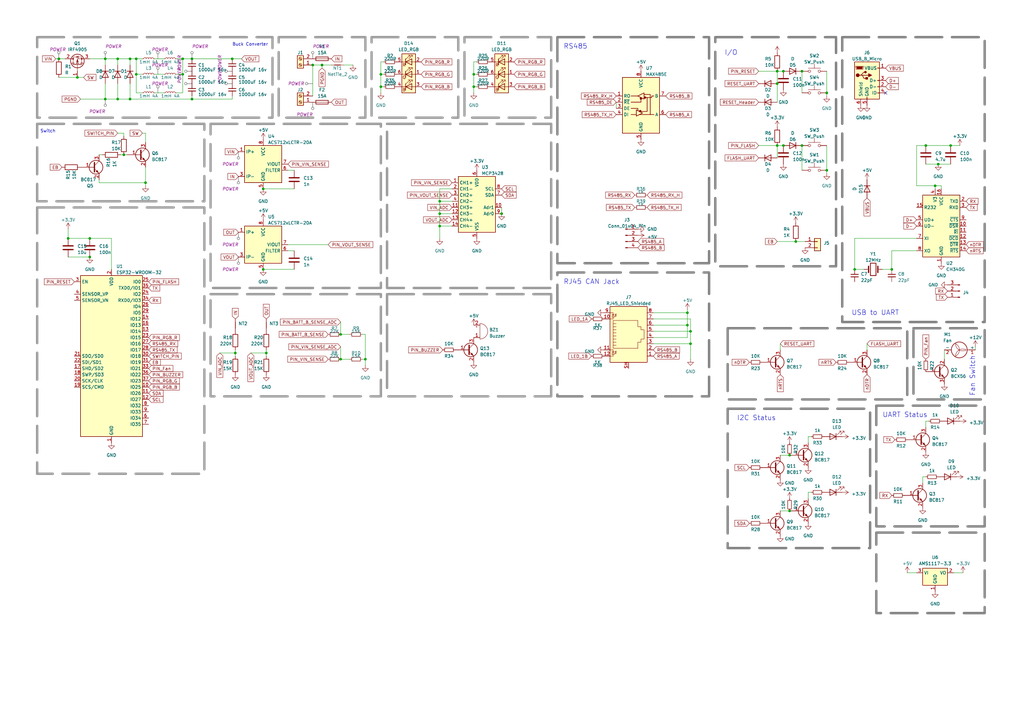
<source format=kicad_sch>
(kicad_sch (version 20230121) (generator eeschema)
  (paper "A3")
  (junction (at 55.88 24.13))
  (junction (at 194.31 30.48))
  (junction (at 339.09 69.85))
  (junction (at 318.77 59.69))
  (junction (at 43.18 40.64))
  (junction (at 180.34 82.55))
  (junction (at 109.22 144.78))
  (junction (at 156.21 30.48))
  (junction (at 53.34 24.13))
  (junction (at 128.27 26.67))
  (junction (at 321.31 59.69))
  (junction (at 107.95 110.49))
  (junction (at 328.93 29.21))
  (junction (at 31.75 31.75))
  (junction (at 96.52 144.78))
  (junction (at 139.7 137.16))
  (junction (at 36.83 97.79))
  (junction (at 59.69 74.93))
  (junction (at 318.77 29.21))
  (junction (at 379.73 59.69))
  (junction (at 55.88 30.48))
  (junction (at 78.74 40.64))
  (junction (at 132.08 26.67))
  (junction (at 328.93 59.69))
  (junction (at 180.34 92.71))
  (junction (at 27.94 97.79))
  (junction (at 283.21 140.97))
  (junction (at 323.85 209.55))
  (junction (at 74.93 30.48))
  (junction (at 383.54 76.2))
  (junction (at 389.89 59.69))
  (junction (at 48.26 40.64))
  (junction (at 321.31 29.21))
  (junction (at 194.31 35.56))
  (junction (at 53.34 40.64))
  (junction (at 74.93 24.13))
  (junction (at 36.83 105.41))
  (junction (at 384.81 67.31))
  (junction (at 281.94 133.35))
  (junction (at 326.39 99.06))
  (junction (at 205.74 87.63))
  (junction (at 283.21 135.89))
  (junction (at 107.95 77.47))
  (junction (at 139.7 147.32))
  (junction (at 78.74 24.13))
  (junction (at 43.18 24.13))
  (junction (at 318.77 34.29))
  (junction (at 48.26 24.13))
  (junction (at 50.8 63.5))
  (junction (at 281.94 128.27))
  (junction (at 24.13 24.13))
  (junction (at 339.09 38.1))
  (junction (at 149.86 147.32))
  (junction (at 180.34 87.63))
  (junction (at 365.76 110.49))
  (junction (at 156.21 35.56))
  (junction (at 323.85 186.69))
  (junction (at 350.52 110.49))
  (junction (at 95.25 24.13))
  (no_connect (at 363.22 38.1))
  (wire (pts (xy 27.94 93.98) (xy 27.94 97.79)))
  (wire (pts (xy 365.76 110.49) (xy 361.95 110.49)))
  (wire (pts (xy 180.34 87.63) (xy 180.34 92.71)))
  (wire (pts (xy 156.21 35.56) (xy 157.48 35.56)))
  (wire (pts (xy 135.89 26.67) (xy 132.08 26.67)))
  (wire (pts (xy 36.83 24.13) (xy 43.18 24.13)))
  (wire (pts (xy 149.86 137.16) (xy 149.86 147.32)))
  (wire (pts (xy 63.5 30.48) (xy 67.31 30.48)))
  (wire (pts (xy 40.64 74.93) (xy 59.69 74.93)))
  (wire (pts (xy 53.34 34.29) (xy 53.34 40.64)))
  (wire (pts (xy 383.54 76.2) (xy 383.54 77.47)))
  (wire (pts (xy 339.09 71.12) (xy 339.09 69.85)))
  (wire (pts (xy 139.7 137.16) (xy 143.51 137.16)))
  (wire (pts (xy 96.52 144.78) (xy 96.52 143.51)))
  (wire (pts (xy 55.88 30.48) (xy 58.42 30.48)))
  (wire (pts (xy 194.31 35.56) (xy 194.31 38.1)))
  (wire (pts (xy 283.21 140.97) (xy 283.21 147.32)))
  (wire (pts (xy 318.77 29.21) (xy 318.77 34.29)))
  (wire (pts (xy 40.64 63.5) (xy 41.91 63.5)))
  (wire (pts (xy 43.18 40.64) (xy 48.26 40.64)))
  (wire (pts (xy 43.18 24.13) (xy 43.18 26.67)))
  (wire (pts (xy 379.73 175.26) (xy 379.73 172.72)))
  (wire (pts (xy 24.13 31.75) (xy 31.75 31.75)))
  (wire (pts (xy 267.97 133.35) (xy 281.94 133.35)))
  (wire (pts (xy 132.08 26.67) (xy 132.08 27.94)))
  (wire (pts (xy 387.35 143.51) (xy 387.35 147.32)))
  (wire (pts (xy 283.21 135.89) (xy 283.21 140.97)))
  (wire (pts (xy 355.6 140.97) (xy 355.6 143.51)))
  (wire (pts (xy 109.22 143.51) (xy 109.22 144.78)))
  (wire (pts (xy 149.86 137.16) (xy 148.59 137.16)))
  (wire (pts (xy 45.72 97.79) (xy 45.72 110.49)))
  (wire (pts (xy 50.8 54.61) (xy 50.8 55.88)))
  (wire (pts (xy 350.52 97.79) (xy 350.52 110.49)))
  (wire (pts (xy 107.95 110.49) (xy 120.65 110.49)))
  (wire (pts (xy 55.88 38.1) (xy 55.88 30.48)))
  (wire (pts (xy 118.11 102.87) (xy 120.65 102.87)))
  (wire (pts (xy 156.21 30.48) (xy 156.21 35.56)))
  (wire (pts (xy 74.93 24.13) (xy 74.93 30.48)))
  (wire (pts (xy 365.76 110.49) (xy 365.76 102.87)))
  (wire (pts (xy 118.11 69.85) (xy 120.65 69.85)))
  (wire (pts (xy 205.74 85.09) (xy 205.74 87.63)))
  (wire (pts (xy 283.21 130.81) (xy 283.21 135.89)))
  (wire (pts (xy 180.34 92.71) (xy 185.42 92.71)))
  (wire (pts (xy 96.52 146.05) (xy 96.52 144.78)))
  (wire (pts (xy 48.26 54.61) (xy 50.8 54.61)))
  (wire (pts (xy 72.39 24.13) (xy 74.93 24.13)))
  (wire (pts (xy 281.94 133.35) (xy 281.94 128.27)))
  (wire (pts (xy 53.34 24.13) (xy 55.88 24.13)))
  (wire (pts (xy 339.09 69.85) (xy 339.09 59.69)))
  (wire (pts (xy 134.62 100.33) (xy 118.11 100.33)))
  (wire (pts (xy 180.34 82.55) (xy 185.42 82.55)))
  (wire (pts (xy 372.11 234.95) (xy 375.92 234.95)))
  (wire (pts (xy 318.77 59.69) (xy 318.77 64.77)))
  (wire (pts (xy 31.75 31.75) (xy 34.29 31.75)))
  (wire (pts (xy 78.74 24.13) (xy 95.25 24.13)))
  (wire (pts (xy 78.74 40.64) (xy 95.25 40.64)))
  (wire (pts (xy 180.34 92.71) (xy 180.34 97.79)))
  (wire (pts (xy 185.42 77.47) (xy 180.34 77.47)))
  (wire (pts (xy 393.7 59.69) (xy 389.89 59.69)))
  (wire (pts (xy 26.67 24.13) (xy 24.13 24.13)))
  (wire (pts (xy 180.34 87.63) (xy 185.42 87.63)))
  (wire (pts (xy 328.93 59.69) (xy 328.93 69.85)))
  (wire (pts (xy 48.26 24.13) (xy 48.26 26.67)))
  (wire (pts (xy 49.53 63.5) (xy 50.8 63.5)))
  (wire (pts (xy 331.47 179.07) (xy 332.74 179.07)))
  (wire (pts (xy 72.39 38.1) (xy 74.93 38.1)))
  (wire (pts (xy 252.73 41.91) (xy 252.73 44.45)))
  (wire (pts (xy 267.97 138.43) (xy 281.94 138.43)))
  (wire (pts (xy 139.7 132.08) (xy 139.7 137.16)))
  (wire (pts (xy 149.86 147.32) (xy 148.59 147.32)))
  (wire (pts (xy 328.93 29.21) (xy 328.93 38.1)))
  (wire (pts (xy 267.97 128.27) (xy 281.94 128.27)))
  (wire (pts (xy 109.22 144.78) (xy 109.22 146.05)))
  (wire (pts (xy 180.34 77.47) (xy 180.34 82.55)))
  (wire (pts (xy 50.8 63.5) (xy 52.07 63.5)))
  (wire (pts (xy 320.04 140.97) (xy 320.04 143.51)))
  (wire (pts (xy 53.34 40.64) (xy 78.74 40.64)))
  (wire (pts (xy 375.92 59.69) (xy 375.92 76.2)))
  (wire (pts (xy 267.97 130.81) (xy 283.21 130.81)))
  (wire (pts (xy 267.97 135.89) (xy 283.21 135.89)))
  (wire (pts (xy 59.69 74.93) (xy 59.69 76.2)))
  (wire (pts (xy 78.74 40.64) (xy 78.74 39.37)))
  (wire (pts (xy 194.31 30.48) (xy 194.31 35.56)))
  (wire (pts (xy 394.97 234.95) (xy 391.16 234.95)))
  (wire (pts (xy 156.21 25.4) (xy 156.21 30.48)))
  (wire (pts (xy 59.69 68.58) (xy 59.69 74.93)))
  (wire (pts (xy 194.31 35.56) (xy 195.58 35.56)))
  (wire (pts (xy 195.58 25.4) (xy 194.31 25.4)))
  (wire (pts (xy 339.09 38.1) (xy 339.09 39.37)))
  (wire (pts (xy 90.17 144.78) (xy 96.52 144.78)))
  (wire (pts (xy 48.26 24.13) (xy 53.34 24.13)))
  (wire (pts (xy 326.39 99.06) (xy 330.2 99.06)))
  (wire (pts (xy 331.47 204.47) (xy 331.47 201.93)))
  (wire (pts (xy 384.81 67.31) (xy 389.89 67.31)))
  (wire (pts (xy 339.09 29.21) (xy 339.09 38.1)))
  (wire (pts (xy 102.87 144.78) (xy 109.22 144.78)))
  (wire (pts (xy 74.93 24.13) (xy 78.74 24.13)))
  (wire (pts (xy 63.5 24.13) (xy 67.31 24.13)))
  (wire (pts (xy 156.21 30.48) (xy 157.48 30.48)))
  (wire (pts (xy 157.48 25.4) (xy 156.21 25.4)))
  (wire (pts (xy 53.34 24.13) (xy 53.34 26.67)))
  (wire (pts (xy 156.21 35.56) (xy 156.21 38.1)))
  (wire (pts (xy 180.34 82.55) (xy 180.34 87.63)))
  (wire (pts (xy 350.52 110.49) (xy 354.33 110.49)))
  (wire (pts (xy 194.31 30.48) (xy 195.58 30.48)))
  (wire (pts (xy 379.73 59.69) (xy 389.89 59.69)))
  (wire (pts (xy 320.04 209.55) (xy 323.85 209.55)))
  (wire (pts (xy 48.26 34.29) (xy 48.26 40.64)))
  (wire (pts (xy 383.54 76.2) (xy 386.08 76.2)))
  (wire (pts (xy 267.97 140.97) (xy 283.21 140.97)))
  (wire (pts (xy 33.02 40.64) (xy 43.18 40.64)))
  (wire (pts (xy 74.93 30.48) (xy 74.93 38.1)))
  (wire (pts (xy 386.08 76.2) (xy 386.08 77.47)))
  (wire (pts (xy 107.95 77.47) (xy 120.65 77.47)))
  (wire (pts (xy 59.69 54.61) (xy 59.69 58.42)))
  (wire (pts (xy 383.54 76.2) (xy 375.92 76.2)))
  (wire (pts (xy 311.15 29.21) (xy 318.77 29.21)))
  (wire (pts (xy 331.47 181.61) (xy 331.47 179.07)))
  (wire (pts (xy 378.46 198.12) (xy 378.46 195.58)))
  (wire (pts (xy 375.92 97.79) (xy 350.52 97.79)))
  (wire (pts (xy 149.86 147.32) (xy 149.86 149.86)))
  (wire (pts (xy 400.05 143.51) (xy 400.05 142.24)))
  (wire (pts (xy 281.94 138.43) (xy 281.94 133.35)))
  (wire (pts (xy 95.25 40.64) (xy 95.25 39.37)))
  (wire (pts (xy 318.77 99.06) (xy 326.39 99.06)))
  (wire (pts (xy 24.13 24.13) (xy 22.86 24.13)))
  (wire (pts (xy 43.18 34.29) (xy 43.18 40.64)))
  (wire (pts (xy 379.73 59.69) (xy 375.92 59.69)))
  (wire (pts (xy 379.73 172.72) (xy 381 172.72)))
  (wire (pts (xy 365.76 102.87) (xy 375.92 102.87)))
  (wire (pts (xy 320.04 186.69) (xy 323.85 186.69)))
  (wire (pts (xy 331.47 201.93) (xy 332.74 201.93)))
  (wire (pts (xy 48.26 40.64) (xy 53.34 40.64)))
  (wire (pts (xy 55.88 38.1) (xy 58.42 38.1)))
  (wire (pts (xy 139.7 147.32) (xy 143.51 147.32)))
  (wire (pts (xy 36.83 97.79) (xy 45.72 97.79)))
  (wire (pts (xy 128.27 26.67) (xy 132.08 26.67)))
  (wire (pts (xy 55.88 24.13) (xy 58.42 24.13)))
  (wire (pts (xy 55.88 30.48) (xy 55.88 24.13)))
  (wire (pts (xy 321.31 29.21) (xy 318.77 29.21)))
  (wire (pts (xy 40.64 73.66) (xy 40.64 74.93)))
  (wire (pts (xy 59.69 54.61) (xy 58.42 54.61)))
  (wire (pts (xy 128.27 26.67) (xy 128.27 39.37)))
  (wire (pts (xy 27.94 97.79) (xy 36.83 97.79)))
  (wire (pts (xy 281.94 128.27) (xy 281.94 127)))
  (wire (pts (xy 27.94 105.41) (xy 36.83 105.41)))
  (wire (pts (xy 378.46 195.58) (xy 379.73 195.58)))
  (wire (pts (xy 194.31 25.4) (xy 194.31 30.48)))
  (wire (pts (xy 99.06 24.13) (xy 95.25 24.13)))
  (wire (pts (xy 43.18 24.13) (xy 48.26 24.13)))
  (wire (pts (xy 379.73 67.31) (xy 384.81 67.31)))
  (wire (pts (xy 311.15 59.69) (xy 318.77 59.69)))
  (wire (pts (xy 63.5 38.1) (xy 67.31 38.1)))
  (wire (pts (xy 321.31 59.69) (xy 318.77 59.69)))
  (wire (pts (xy 318.77 34.29) (xy 318.77 41.91)))
  (wire (pts (xy 72.39 30.48) (xy 74.93 30.48)))
  (wire (pts (xy 139.7 142.24) (xy 139.7 147.32)))
  (wire (pts (xy 144.78 26.67) (xy 140.97 26.67)))
  (rectangle (start 298.45 167.64) (end 356.87 224.79) (stroke (width 1) (type dash) (color 128 128 128 1)))
  (rectangle (start 152.4 15.24) (end 187.96 48.26) (stroke (width 1) (type dash) (color 154 154 154 1)))
  (rectangle (start 15.24 15.24) (end 111.76 48.26) (stroke (width 1) (type dash) (color 154 154 154 1)))
  (rectangle (start 359.41 218.44) (end 403.86 251.46) (stroke (width 1) (type dash) (color 128 128 128 1)))
  (rectangle (start 374.65 134.62) (end 403.86 163.83) (stroke (width 1) (type dash) (color 128 128 128 1)))
  (rectangle (start 114.3 15.24) (end 149.86 48.26) (stroke (width 1) (type dash) (color 154 154 154 1)))
  (rectangle (start 298.45 134.62) (end 372.11 163.83) (stroke (width 1) (type dash) (color 128 128 128 1)))
  (rectangle (start 15.24 50.8) (end 83.82 82.55) (stroke (width 1) (type dash) (color 154 154 154 1)))
  (rectangle (start 15.24 85.09) (end 83.82 194.31) (stroke (width 1) (type dash) (color 154 154 154 1)))
  (rectangle (start 359.41 166.37) (end 403.86 215.9) (stroke (width 1) (type dash) (color 128 128 128 1)))
  (rectangle (start 228.6 15.24) (end 290.83 107.95) (stroke (width 1) (type dash) (color 128 128 128 1)))
  (rectangle (start 228.6 111.76) (end 290.83 162.56) (stroke (width 1) (type dash) (color 128 128 128 1)))
  (rectangle (start 86.36 50.8) (end 156.21 118.11) (stroke (width 1) (type dash) (color 154 154 154 1)))
  (rectangle (start 158.75 50.8) (end 226.06 118.11) (stroke (width 1) (type dash) (color 154 154 154 1)))
  (rectangle (start 158.75 120.65) (end 226.06 162.56) (stroke (width 1) (type dash) (color 154 154 154 1)))
  (rectangle (start 190.5 15.24) (end 226.06 48.26) (stroke (width 1) (type dash) (color 154 154 154 1)))
  (rectangle (start 86.36 120.65) (end 156.21 162.56) (stroke (width 1) (type dash) (color 154 154 154 1)))
  (rectangle (start 345.44 15.24) (end 403.86 132.08) (stroke (width 1) (type dash) (color 128 128 128 1)))
  (rectangle (start 293.37 15.24) (end 342.9 109.22) (stroke (width 1) (type dash) (color 128 128 128 1)))
  (text "Fan Switch" (at 400.05 162.56 90) (effects (font (size 2 2)) (justify left bottom)))
  (text "I2C Status" (at 302.26 172.72 0) (effects (font (size 2 2)) (justify left bottom)))
  (text "Switch" (at 16.51 54.61 0) (effects (font (size 1.27 1.27)) (justify left bottom)))
  (text "RJ45 CAN Jack" (at 231.14 116.84 0) (effects (font (size 2 2)) (justify left bottom)))
  (text "UART Status" (at 361.95 171.45 0) (effects (font (size 2 2)) (justify left bottom)))
  (text "I/O" (at 297.18 22.86 0) (effects (font (size 2 2)) (justify left bottom)))
  (text "Buck Converter" (at 95.25 19.05 0) (effects (font (size 1.27 1.27)) (justify left bottom)))
  (text "USB to UART" (at 349.25 129.54 0) (effects (font (size 2 2)) (justify left bottom)))
  (text "RS485" (at 231.14 20.32 0) (effects (font (size 2 2)) (justify left bottom)))
  (global_label "VIN" (shape input) (at 97.79 62.23 180) (property "Intersheetrefs" "${INTERSHEET_REFS}" (effects hide)))
  (global_label "RX" (shape input) (at 388.62 119.38 180) (property "Intersheetrefs" "${INTERSHEET_REFS}" (effects hide)))
  (global_label "PIN_VOUT_SENSE" (shape input) (at 185.42 80.01 180) (property "Intersheetrefs" "${INTERSHEET_REFS}" (effects hide)))
  (global_label "RX" (shape input) (at 396.24 82.55 0) (property "Intersheetrefs" "${INTERSHEET_REFS}" (effects hide)))
  (global_label "VOUT" (shape input) (at 97.79 105.41 180) (property "Intersheetrefs" "${INTERSHEET_REFS}" (effects hide)))
  (global_label "VOUT_ADC" (shape input) (at 102.87 144.78 270) (property "Intersheetrefs" "${INTERSHEET_REFS}" (effects hide)))
  (global_label "PIN_RGB_R" (shape input) (at 60.96 138.43 0) (property "Intersheetrefs" "${INTERSHEET_REFS}" (effects hide)))
  (global_label "D-" (shape input) (at 363.22 35.56 0) (property "Intersheetrefs" "${INTERSHEET_REFS}" (effects hide)))
  (global_label "VIN_ADC" (shape input) (at 185.42 85.09 180) (property "Intersheetrefs" "${INTERSHEET_REFS}" (effects hide)))
  (global_label "EB" (shape input) (at 60.96 148.59 0) (property "Intersheetrefs" "${INTERSHEET_REFS}" (effects hide)))
  (global_label "OUT" (shape input) (at 135.89 41.91 0) (property "Intersheetrefs" "${INTERSHEET_REFS}" (effects hide)))
  (global_label "PIN_VIN_SENSE" (shape input) (at 118.11 67.31 0) (property "Intersheetrefs" "${INTERSHEET_REFS}" (effects hide)))
  (global_label "PIN_BATT_B_SENSE" (shape input) (at 134.62 137.16 180) (property "Intersheetrefs" "${INTERSHEET_REFS}" (effects hide)))
  (global_label "PIN_VIN_SENSE_ADC" (shape input) (at 139.7 142.24 180) (property "Intersheetrefs" "${INTERSHEET_REFS}" (effects hide)))
  (global_label "SWITCH_PIN" (shape input) (at 60.96 146.05 0) (property "Intersheetrefs" "${INTERSHEET_REFS}" (effects hide)))
  (global_label "PGND" (shape input) (at 33.02 40.64 180) (property "Intersheetrefs" "${INTERSHEET_REFS}" (effects hide)))
  (global_label "TX" (shape input) (at 60.96 118.11 0) (property "Intersheetrefs" "${INTERSHEET_REFS}" (effects hide)))
  (global_label "nDTR" (shape input) (at 355.6 153.67 270) (property "Intersheetrefs" "${INTERSHEET_REFS}" (effects hide)))
  (global_label "SDA" (shape input) (at 307.34 214.63 180) (property "Intersheetrefs" "${INTERSHEET_REFS}" (effects hide)))
  (global_label "SWITCH_PIN" (shape input) (at 48.26 54.61 180) (property "Intersheetrefs" "${INTERSHEET_REFS}" (effects hide)))
  (global_label "nRTS" (shape input) (at 320.04 153.67 270) (property "Intersheetrefs" "${INTERSHEET_REFS}" (effects hide)))
  (global_label "RS485_TX" (shape input) (at 60.96 143.51 0) (property "Intersheetrefs" "${INTERSHEET_REFS}" (effects hide)))
  (global_label "LED_1B" (shape input) (at 242.57 146.05 180) (property "Intersheetrefs" "${INTERSHEET_REFS}" (effects hide)))
  (global_label "nRTS" (shape input) (at 396.24 102.87 0) (property "Intersheetrefs" "${INTERSHEET_REFS}" (effects hide)))
  (global_label "OUT" (shape input) (at 109.22 130.81 90) (property "Intersheetrefs" "${INTERSHEET_REFS}" (effects hide)))
  (global_label "RS485_TX_H" (shape input) (at 265.43 85.09 0) (property "Intersheetrefs" "${INTERSHEET_REFS}" (effects hide)))
  (global_label "OUT" (shape input) (at 97.79 95.25 180) (property "Intersheetrefs" "${INTERSHEET_REFS}" (effects hide)))
  (global_label "VOUT_ADC" (shape input) (at 185.42 90.17 180) (property "Intersheetrefs" "${INTERSHEET_REFS}" (effects hide)))
  (global_label "SCL" (shape input) (at 60.96 163.83 0) (property "Intersheetrefs" "${INTERSHEET_REFS}" (effects hide)))
  (global_label "RS485_RX_H" (shape input) (at 252.73 39.37 180) (property "Intersheetrefs" "${INTERSHEET_REFS}" (effects hide)))
  (global_label "PIN_FLASH" (shape input) (at 60.96 115.57 0) (property "Intersheetrefs" "${INTERSHEET_REFS}" (effects hide)))
  (global_label "PIN_RGB_B" (shape input) (at 172.72 35.56 0) (property "Intersheetrefs" "${INTERSHEET_REFS}" (effects hide)))
  (global_label "VIN" (shape input) (at 22.86 24.13 180) (property "Intersheetrefs" "${INTERSHEET_REFS}" (effects hide)))
  (global_label "SW" (shape input) (at 34.29 31.75 0) (property "Intersheetrefs" "${INTERSHEET_REFS}" (effects hide)))
  (global_label "SW" (shape input) (at 58.42 54.61 180) (property "Intersheetrefs" "${INTERSHEET_REFS}" (effects hide)))
  (global_label "FLASH_UART" (shape input) (at 311.15 64.77 180) (property "Intersheetrefs" "${INTERSHEET_REFS}" (effects hide)))
  (global_label "SDA" (shape input) (at 205.74 80.01 0) (property "Intersheetrefs" "${INTERSHEET_REFS}" (effects hide)))
  (global_label "PIN_RGB_G" (shape input) (at 60.96 156.21 0) (property "Intersheetrefs" "${INTERSHEET_REFS}" (effects hide)))
  (global_label "VBUS" (shape input) (at 363.22 27.94 0) (property "Intersheetrefs" "${INTERSHEET_REFS}" (effects hide)))
  (global_label "PIN_Fan" (shape input) (at 379.73 147.32 90) (property "Intersheetrefs" "${INTERSHEET_REFS}" (effects hide)))
  (global_label "EB" (shape input) (at 318.77 99.06 180) (property "Intersheetrefs" "${INTERSHEET_REFS}" (effects hide)))
  (global_label "TX" (shape input) (at 388.62 121.92 180) (property "Intersheetrefs" "${INTERSHEET_REFS}" (effects hide)))
  (global_label "FLASH_UART" (shape input) (at 355.6 140.97 0) (property "Intersheetrefs" "${INTERSHEET_REFS}" (effects hide)))
  (global_label "PIN_BATT_B_SENSE_ADC" (shape input) (at 139.7 132.08 180) (property "Intersheetrefs" "${INTERSHEET_REFS}" (effects hide)))
  (global_label "RS485_RX" (shape input) (at 260.35 80.01 180) (property "Intersheetrefs" "${INTERSHEET_REFS}" (effects hide)))
  (global_label "RESET_UART" (shape input) (at 311.15 34.29 180) (property "Intersheetrefs" "${INTERSHEET_REFS}" (effects hide)))
  (global_label "PIN_RESET" (shape input) (at 311.15 29.21 180) (property "Intersheetrefs" "${INTERSHEET_REFS}" (effects hide)))
  (global_label "LED_1A" (shape input) (at 242.57 130.81 180) (property "Intersheetrefs" "${INTERSHEET_REFS}" (effects hide)))
  (global_label "PIN_Fan" (shape input) (at 60.96 151.13 0) (property "Intersheetrefs" "${INTERSHEET_REFS}" (effects hide)))
  (global_label "RS485_TX_H" (shape input) (at 252.73 46.99 180) (property "Intersheetrefs" "${INTERSHEET_REFS}" (effects hide)))
  (global_label "TX" (shape input) (at 396.24 85.09 0) (property "Intersheetrefs" "${INTERSHEET_REFS}" (effects hide)))
  (global_label "D+" (shape input) (at 375.92 90.17 180) (property "Intersheetrefs" "${INTERSHEET_REFS}" (effects hide)))
  (global_label "PIN_RGB_B" (shape input) (at 210.82 35.56 0) (property "Intersheetrefs" "${INTERSHEET_REFS}" (effects hide)))
  (global_label "RESET_Header" (shape input) (at 311.15 41.91 180) (property "Intersheetrefs" "${INTERSHEET_REFS}" (effects hide)))
  (global_label "RX" (shape input) (at 60.96 123.19 0) (property "Intersheetrefs" "${INTERSHEET_REFS}" (effects hide)))
  (global_label "PIN_RGB_R" (shape input) (at 172.72 25.4 0) (property "Intersheetrefs" "${INTERSHEET_REFS}" (effects hide)))
  (global_label "PIN_RGB_R" (shape input) (at 210.82 25.4 0) (property "Intersheetrefs" "${INTERSHEET_REFS}" (effects hide)))
  (global_label "PIN_RESET" (shape input) (at 30.48 115.57 180) (property "Intersheetrefs" "${INTERSHEET_REFS}" (effects hide)))
  (global_label "RS485_RX" (shape input) (at 60.96 140.97 0) (property "Intersheetrefs" "${INTERSHEET_REFS}" (effects hide)))
  (global_label "IN" (shape input) (at 96.52 130.81 90) (property "Intersheetrefs" "${INTERSHEET_REFS}" (effects hide)))
  (global_label "PIN_FLASH" (shape input) (at 311.15 59.69 180) (property "Intersheetrefs" "${INTERSHEET_REFS}" (effects hide)))
  (global_label "RS485_A" (shape input) (at 273.05 46.99 0) (property "Intersheetrefs" "${INTERSHEET_REFS}" (effects hide)))
  (global_label "RS485_B" (shape input) (at 267.97 143.51 0) (property "Intersheetrefs" "${INTERSHEET_REFS}" (effects hide)))
  (global_label "PIN_RGB_G" (shape input) (at 172.72 30.48 0) (property "Intersheetrefs" "${INTERSHEET_REFS}" (effects hide)))
  (global_label "RS485_RX_H" (shape input) (at 265.43 80.01 0) (property "Intersheetrefs" "${INTERSHEET_REFS}" (effects hide)))
  (global_label "PIN_BUZZER" (shape input) (at 181.61 143.51 180) (property "Intersheetrefs" "${INTERSHEET_REFS}" (effects hide)))
  (global_label "SCL" (shape input) (at 205.74 77.47 0) (property "Intersheetrefs" "${INTERSHEET_REFS}" (effects hide)))
  (global_label "RS485_A" (shape input) (at 267.97 146.05 0) (property "Intersheetrefs" "${INTERSHEET_REFS}" (effects hide)))
  (global_label "D+" (shape input) (at 363.22 33.02 0) (property "Intersheetrefs" "${INTERSHEET_REFS}" (effects hide)))
  (global_label "nRTS" (shape input) (at 342.9 148.59 180) (property "Intersheetrefs" "${INTERSHEET_REFS}" (effects hide)))
  (global_label "PIN_VIN_SENSE" (shape input) (at 134.62 147.32 180) (property "Intersheetrefs" "${INTERSHEET_REFS}" (effects hide)))
  (global_label "VBUS" (shape input) (at 355.6 81.28 270) (property "Intersheetrefs" "${INTERSHEET_REFS}" (effects hide)))
  (global_label "RESET_UART" (shape input) (at 320.04 140.97 0) (property "Intersheetrefs" "${INTERSHEET_REFS}" (effects hide)))
  (global_label "PIN_VOUT_SENSE" (shape input) (at 134.62 100.33 0) (property "Intersheetrefs" "${INTERSHEET_REFS}" (effects hide)))
  (global_label "RS485_B" (shape input) (at 261.62 101.6 0) (property "Intersheetrefs" "${INTERSHEET_REFS}" (effects hide)))
  (global_label "IN" (shape input) (at 97.79 72.39 180) (property "Intersheetrefs" "${INTERSHEET_REFS}" (effects hide)))
  (global_label "D-" (shape input) (at 375.92 92.71 180) (property "Intersheetrefs" "${INTERSHEET_REFS}" (effects hide)))
  (global_label "nDTR" (shape input) (at 307.34 148.59 180) (property "Intersheetrefs" "${INTERSHEET_REFS}" (effects hide)))
  (global_label "VIN_ADC" (shape input) (at 90.17 144.78 270) (property "Intersheetrefs" "${INTERSHEET_REFS}" (effects hide)))
  (global_label "PGND" (shape input) (at 132.08 27.94 270) (property "Intersheetrefs" "${INTERSHEET_REFS}" (effects hide)))
  (global_label "PIN_RGB_G" (shape input) (at 210.82 30.48 0) (property "Intersheetrefs" "${INTERSHEET_REFS}" (effects hide)))
  (global_label "PIN_BUZZER" (shape input) (at 60.96 153.67 0) (property "Intersheetrefs" "${INTERSHEET_REFS}" (effects hide)))
  (global_label "IN" (shape input) (at 135.89 24.13 0) (property "Intersheetrefs" "${INTERSHEET_REFS}" (effects hide)))
  (global_label "RS485_B" (shape input) (at 273.05 39.37 0) (property "Intersheetrefs" "${INTERSHEET_REFS}" (effects hide)))
  (global_label "RS485_A" (shape input) (at 261.62 99.06 0) (property "Intersheetrefs" "${INTERSHEET_REFS}" (effects hide)))
  (global_label "SCL" (shape input) (at 307.34 191.77 180) (property "Intersheetrefs" "${INTERSHEET_REFS}" (effects hide)))
  (global_label "RX" (shape input) (at 365.76 203.2 180) (property "Intersheetrefs" "${INTERSHEET_REFS}" (effects hide)))
  (global_label "TX" (shape input) (at 367.03 180.34 180) (property "Intersheetrefs" "${INTERSHEET_REFS}" (effects hide)))
  (global_label "VOUT" (shape input) (at 99.06 24.13 0) (property "Intersheetrefs" "${INTERSHEET_REFS}" (effects hide)))
  (global_label "SDA" (shape input) (at 60.96 161.29 0) (property "Intersheetrefs" "${INTERSHEET_REFS}" (effects hide)))
  (global_label "nDTR" (shape input) (at 396.24 100.33 0) (property "Intersheetrefs" "${INTERSHEET_REFS}" (effects hide)))
  (global_label "EB" (shape input) (at 25.4 68.58 180) (property "Intersheetrefs" "${INTERSHEET_REFS}" (effects hide)))
  (global_label "RS485_DE" (shape input) (at 252.73 41.91 180) (property "Intersheetrefs" "${INTERSHEET_REFS}" (effects hide)))
  (global_label "RS485_TX" (shape input) (at 260.35 85.09 180) (property "Intersheetrefs" "${INTERSHEET_REFS}" (effects hide)))
  (global_label "PIN_RGB_B" (shape input) (at 60.96 158.75 0) (property "Intersheetrefs" "${INTERSHEET_REFS}" (effects hide)))
  (global_label "PIN_VIN_SENSE" (shape input) (at 185.42 74.93 180) (property "Intersheetrefs" "${INTERSHEET_REFS}" (effects hide)))
  (netclass_flag "" (length 2.54) (shape round) (at 64.77 30.48 0) (property "Netclass" "POWER" (at 62.23 26.67 0) (effects (font italic) (justify left))))
  (netclass_flag "" (length 2.54) (shape round) (at 24.13 24.13 0) (property "Netclass" "POWER" (at 20.32 20.32 0) (effects (font italic) (justify left))))
  (netclass_flag "" (length 2.54) (shape round) (at 43.18 40.64 180) (property "Netclass" "POWER" (at 43.18 45.72 0) (effects (font italic) (justify right))))
  (netclass_flag "" (length 2.54) (shape round) (at 97.79 72.39 180) (property "Netclass" "POWER" (at 97.79 77.47 0) (effects (font italic) (justify right))))
  (netclass_flag "" (length 2.54) (shape round) (at 95.25 29.21 90) (property "Netclass" "POWER" (at 90.17 29.21 90) (effects (font italic) (justify left))))
  (netclass_flag "" (length 2.54) (shape round) (at 97.79 95.25 180) (property "Netclass" "POWER" (at 97.79 100.33 0) (effects (font italic) (justify right))))
  (netclass_flag "" (length 2.54) (shape round) (at 95.25 34.29 90) (property "Netclass" "POWER" (at 90.17 34.29 90) (effects (font italic) (justify left))))
  (netclass_flag "" (length 2.54) (shape round) (at 78.74 29.21 90) (property "Netclass" "POWER" (at 73.66 29.21 90) (effects (font italic) (justify left))))
  (netclass_flag "" (length 2.54) (shape round) (at 97.79 62.23 180) (property "Netclass" "POWER" (at 97.79 67.31 0) (effects (font italic) (justify right))))
  (netclass_flag "" (length 2.54) (shape round) (at 78.74 34.29 90) (property "Netclass" "POWER" (at 73.66 34.29 90) (effects (font italic) (justify left))))
  (netclass_flag "" (length 2.54) (shape round) (at 97.79 105.41 180) (property "Netclass" "POWER" (at 97.79 110.49 0) (effects (font italic) (justify right))))
  (netclass_flag "" (length 2.54) (shape round) (at 64.77 38.1 0) (property "Netclass" "POWER" (at 62.23 34.29 0) (effects (font italic) (justify left))))
  (netclass_flag "" (length 2.54) (shape round) (at 128.27 24.13 0) (property "Netclass" "POWER" (at 128.27 19.05 0) (effects (font italic) (justify left))))
  (netclass_flag "" (length 2.54) (shape round) (at 64.77 24.13 0) (property "Netclass" "POWER" (at 62.23 20.32 0) (effects (font italic) (justify left))))
  (netclass_flag "" (length 2.54) (shape round) (at 128.27 41.91 180) (property "Netclass" "POWER" (at 128.27 46.99 0) (effects (font italic) (justify right))))
  (netclass_flag "" (length 2.54) (shape round) (at 128.27 34.29 90) (property "Netclass" "POWER" (at 118.11 34.29 0) (effects (font italic) (justify left))))
  (netclass_flag "" (length 2.54) (shape round) (at 43.18 24.13 0) (property "Netclass" "POWER" (at 43.18 19.05 0) (effects (font italic) (justify left))))
  (netclass_flag "" (length 2.54) (shape round) (at 78.74 24.13 0) (property "Netclass" "POWER" (at 78.74 19.05 0) (effects (font italic) (justify left))))
  (symbol (lib_id "power:GND") (at 378.46 208.28 0) (unit 1)
    (property "Reference" "#PWR04" (effects hide))
    (property "Value" "GND" (at 378.46 213.36 0))
  )
  (symbol (lib_id "Device:R_Small") (at 369.57 180.34 90) (unit 1)
    (property "Reference" "R12" (at 369.57 182.88 90))
    (property "Value" "10K" (at 369.57 177.8 90))
    (property "Footprint" "Resistor_SMD:R_0805_2012Metric_Pad1.20x1.40mm_HandSolder" (effects hide))
  )
  (symbol (lib_id "Device:Fuse") (at 132.08 24.13 90) (unit 1)
    (property "Reference" "F1" (at 132.08 19.05 90))
    (property "Value" "15A" (at 132.08 21.59 90))
    (property "Footprint" "Fuse:Fuse_1812_4532Metric_Pad1.30x3.40mm_HandSolder" (effects hide))
  )
  (symbol (lib_id "power:+5V") (at 194.31 133.35 0) (unit 1)
    (property "Reference" "#PWR050" (effects hide))
    (property "Value" "+5V" (at 194.31 129.54 0))
  )
  (symbol (lib_id "Transistor_BJT:BC817") (at 191.77 143.51 0) (unit 1)
    (property "Reference" "Q13" (at 196.85 142.875 0) (effects (justify left)))
    (property "Value" "BC817" (at 196.85 145.415 0) (effects (justify left)))
    (property "Footprint" "Package_TO_SOT_SMD:SOT-23" (effects hide))
    (property "Datasheet" "https://www.onsemi.com/pub/Collateral/BC818-D.pdf" (effects hide))
  )
  (symbol (lib_id "Device:C") (at 321.31 63.5 0) (unit 1)
    (property "Reference" "C12" (at 325.12 62.865 0) (effects (justify left)))
    (property "Value" "100n" (at 325.12 65.405 0) (effects (justify left)))
    (property "Footprint" "Capacitor_SMD:C_0805_2012Metric_Pad1.18x1.45mm_HandSolder" (effects hide))
  )
  (symbol (lib_id "Interface_USB:CH340G") (at 386.08 92.71 0) (unit 1)
    (property "Reference" "U2" (at 388.0359 107.95 0) (effects (justify left)))
    (property "Value" "CH340G" (at 388.0359 110.49 0) (effects (justify left)))
    (property "Footprint" "Package_SO:SOIC-16_3.9x9.9mm_P1.27mm" (effects hide))
    (property "Datasheet" "http://www.datasheet5.com/pdf-local-2195953" (effects hide))
  )
  (symbol (lib_id "Device:R_Small") (at 160.02 25.4 90) (unit 1)
    (property "Reference" "R2" (at 160.02 22.86 90))
    (property "Value" "220R" (at 160.02 24.13 90))
    (property "Footprint" "Resistor_SMD:R_0805_2012Metric_Pad1.20x1.40mm_HandSolder" (effects hide))
  )
  (symbol (lib_id "power:+3.3V") (at 394.97 234.95 0) (unit 1)
    (property "Reference" "#PWR048" (effects hide))
    (property "Value" "+3.3V" (at 394.97 231.14 0))
  )
  (symbol (lib_id "Device:R") (at 50.8 59.69 0) (unit 1)
    (property "Reference" "R17" (at 45.72 58.42 0) (effects (justify left)))
    (property "Value" "10K" (at 45.72 60.96 0) (effects (justify left)))
    (property "Footprint" "Resistor_SMD:R_0805_2012Metric_Pad1.20x1.40mm_HandSolder" (effects hide))
  )
  (symbol (lib_id "Device:NetTie_2") (at 138.43 26.67 0) (unit 1) (in_bom no)
    (property "Reference" "NT1" (at 138.43 27.94 0))
    (property "Value" "NetTie_2" (at 138.43 30.48 0))
    (property "Footprint" "NetTie:NetTie-2_THT_Pad0.3mm" (effects hide))
  )
  (symbol (lib_id "power:GND") (at 247.65 143.51 270) (unit 1)
    (property "Reference" "#PWR056" (effects hide))
    (property "Value" "GND" (at 243.84 144.145 90) (effects (justify right)))
  )
  (symbol (lib_id "Transistor_BJT:BC817") (at 57.15 63.5 0) (unit 1)
    (property "Reference" "Q6" (at 62.23 62.865 0) (effects (justify left)))
    (property "Value" "BC817" (at 62.23 65.405 0) (effects (justify left)))
    (property "Footprint" "Package_TO_SOT_SMD:SOT-23" (effects hide))
    (property "Datasheet" "https://www.onsemi.com/pub/Collateral/BC818-D.pdf" (effects hide))
  )
  (symbol (lib_id "power:+3.3V") (at 318.77 52.07 0) (unit 1)
    (property "Reference" "#PWR014" (effects hide))
    (property "Value" "+3.3V" (at 318.77 48.26 0))
  )
  (symbol (lib_id "Device:C_Small") (at 95.25 36.83 0) (unit 1)
    (property "Reference" "C6" (at 97.79 36.83 0) (effects (justify left)))
    (property "Value" "1000uF 16v" (at 97.79 38.7413 0) (effects (justify left)))
    (property "Footprint" "Capacitor_SMD:CP_Elec_10x10" (effects hide))
  )
  (symbol (lib_id "Device:R_Small") (at 146.05 137.16 90) (unit 1)
    (property "Reference" "R9" (at 146.05 134.62 90))
    (property "Value" "15K" (at 146.05 135.89 90))
    (property "Footprint" "Resistor_SMD:R_0805_2012Metric_Pad1.20x1.40mm_HandSolder" (effects hide))
  )
  (symbol (lib_id "Device:LED_RGB") (at 205.74 30.48 0) (unit 1)
    (property "Reference" "D11" (at 205.74 17.78 0))
    (property "Value" "LED_RGB" (at 205.74 20.32 0))
    (property "Footprint" "LED_SMD:LED_RGB_5050-6" (effects hide))
  )
  (symbol (lib_id "Device:C") (at 389.89 63.5 0) (unit 1)
    (property "Reference" "C10" (at 393.7 62.865 0) (effects (justify left)))
    (property "Value" "100n" (at 393.7 65.405 0) (effects (justify left)))
    (property "Footprint" "Capacitor_SMD:C_0805_2012Metric_Pad1.18x1.45mm_HandSolder" (effects hide))
  )
  (symbol (lib_id "Device:D") (at 48.26 30.48 270) (unit 1)
    (property "Reference" "D7" (at 44.45 29.21 90) (effects (justify left)))
    (property "Value" "D" (at 45.72 31.75 90) (effects (justify left)))
    (property "Footprint" "Diode_SMD:D_SMC_Handsoldering" (effects hide))
    (property "Sim.Device" "D" (effects hide))
    (property "Sim.Pins" "1=K 2=A" (effects hide))
  )
  (symbol (lib_id "Device:C") (at 379.73 63.5 0) (unit 1)
    (property "Reference" "C9" (at 383.54 62.865 0) (effects (justify left)))
    (property "Value" "4.7u" (at 383.54 65.405 0) (effects (justify left)))
    (property "Footprint" "Capacitor_SMD:C_0805_2012Metric_Pad1.18x1.45mm_HandSolder" (effects hide))
  )
  (symbol (lib_id "power:+3.3V") (at 323.85 181.61 0) (unit 1)
    (property "Reference" "#PWR043" (effects hide))
    (property "Value" "+3.3V" (at 323.85 177.8 0))
  )
  (symbol (lib_id "power:GND") (at 149.86 149.86 0) (unit 1)
    (property "Reference" "#PWR03" (effects hide))
    (property "Value" "GND" (at 149.86 154.94 0))
  )
  (symbol (lib_id "Device:R") (at 29.21 68.58 90) (unit 1)
    (property "Reference" "R15" (at 27.94 73.66 0) (effects (justify left)))
    (property "Value" "10K" (at 30.48 73.66 0) (effects (justify left)))
    (property "Footprint" "Resistor_SMD:R_0805_2012Metric_Pad1.20x1.40mm_HandSolder" (effects hide))
  )
  (symbol (lib_id "power:GND") (at 144.78 26.67 0) (unit 1)
    (property "Reference" "#PWR02" (effects hide))
    (property "Value" "GND" (at 144.78 31.75 0))
  )
  (symbol (lib_id "power:GND") (at 59.69 76.2 0) (unit 1)
    (property "Reference" "#PWR030" (effects hide))
    (property "Value" "GND" (at 59.69 81.28 0))
  )
  (symbol (lib_id "Device:C") (at 120.65 106.68 0) (unit 1)
    (property "Reference" "C14" (at 124.46 106.045 0) (effects (justify left)))
    (property "Value" "1n" (at 124.46 108.585 0) (effects (justify left)))
    (property "Footprint" "Capacitor_SMD:C_0805_2012Metric_Pad1.18x1.45mm_HandSolder" (effects hide))
  )
  (symbol (lib_id "Transistor_BJT:BC817") (at 328.93 186.69 0) (unit 1)
    (property "Reference" "Q12" (at 334.01 186.055 0) (effects (justify left)))
    (property "Value" "BC817" (at 334.01 188.595 0) (effects (justify left)))
    (property "Footprint" "Package_TO_SOT_SMD:SOT-23" (effects hide))
    (property "Datasheet" "https://www.onsemi.com/pub/Collateral/BC818-D.pdf" (effects hide))
  )
  (symbol (lib_id "power:+5V") (at 355.6 73.66 0) (unit 1)
    (property "Reference" "#PWR049" (effects hide))
    (property "Value" "+5V" (at 355.6 69.85 0))
  )
  (symbol (lib_id "power:+3.3V") (at 323.85 204.47 0) (unit 1)
    (property "Reference" "#PWR039" (effects hide))
    (property "Value" "+3.3V" (at 323.85 200.66 0))
  )
  (symbol (lib_name "Buzzer_1") (lib_id "Device:Buzzer") (at 196.85 135.89 0) (unit 1)
    (property "Reference" "BZ1" (at 200.66 135.255 0) (effects (justify left)))
    (property "Value" "Buzzer" (at 200.66 137.795 0) (effects (justify left)))
    (property "Footprint" "components:cmt-8504" (effects hide))
  )
  (symbol (lib_id "Device:L_Small") (at 69.85 24.13 90) (unit 1)
    (property "Reference" "L6" (at 69.85 21.59 90))
    (property "Value" "1mH 4A" (at 69.85 25.4 90))
    (property "Footprint" "components:CDRH124" (effects hide))
  )
  (symbol (lib_id "Connector:Conn_01x03_Pin") (at 393.7 119.38 180) (unit 1)
    (property "Reference" "J4" (at 394.97 120.015 0) (effects (justify right)))
    (property "Value" "Conn_01x03_Pin" (effects hide))
    (property "Footprint" "Connector_PinHeader_2.54mm:PinHeader_1x03_P2.54mm_Vertical" (effects hide))
  )
  (symbol (lib_id "power:GND") (at 321.31 36.83 0) (unit 1)
    (property "Reference" "#PWR015" (effects hide))
    (property "Value" "GND" (at 321.31 41.91 0))
  )
  (symbol (lib_id "power:GND") (at 331.47 214.63 0) (unit 1)
    (property "Reference" "#PWR040" (effects hide))
    (property "Value" "GND" (at 331.47 219.71 0))
  )
  (symbol (lib_id "Device:Crystal") (at 358.14 110.49 0) (unit 1)
    (property "Reference" "Y1" (at 358.14 104.14 0))
    (property "Value" "12MHz" (at 358.14 106.68 0))
    (property "Footprint" "Crystal:Crystal_SMD_5032-2Pin_5.0x3.2mm_HandSoldering" (effects hide))
  )
  (symbol (lib_id "Device:LED") (at 388.62 195.58 180) (unit 1)
    (property "Reference" "D9" (at 390.2075 189.23 0))
    (property "Value" "LED" (at 390.2075 191.77 0))
    (property "Footprint" "LED_SMD:LED_1206_3216Metric_Pad1.42x1.75mm_HandSolder" (effects hide))
  )
  (symbol (lib_id "Device:R") (at 326.39 95.25 0) (unit 1)
    (property "Reference" "R4" (at 321.31 93.98 0) (effects (justify left)))
    (property "Value" "1K" (at 321.31 96.52 0) (effects (justify left)))
    (property "Footprint" "Resistor_SMD:R_0805_2012Metric_Pad1.20x1.40mm_HandSolder" (effects hide))
  )
  (symbol (lib_id "Device:R") (at 318.77 25.4 0) (unit 1)
    (property "Reference" "R5" (at 313.69 24.13 0) (effects (justify left)))
    (property "Value" "10K" (at 313.69 26.67 0) (effects (justify left)))
    (property "Footprint" "Resistor_SMD:R_0805_2012Metric_Pad1.20x1.40mm_HandSolder" (effects hide))
  )
  (symbol (lib_id "Device:R_Small") (at 309.88 214.63 90) (unit 1)
    (property "Reference" "R28" (at 309.88 217.17 90))
    (property "Value" "10K" (at 309.88 212.09 90))
    (property "Footprint" "Resistor_SMD:R_0805_2012Metric_Pad1.20x1.40mm_HandSolder" (effects hide))
  )
  (symbol (lib_id "power:GND") (at 331.47 191.77 0) (unit 1)
    (property "Reference" "#PWR044" (effects hide))
    (property "Value" "GND" (at 331.47 196.85 0))
  )
  (symbol (lib_id "Device:R_Small") (at 146.05 147.32 90) (unit 1)
    (property "Reference" "R10" (at 146.05 144.78 90))
    (property "Value" "15K" (at 146.05 146.05 90))
    (property "Footprint" "Resistor_SMD:R_0805_2012Metric_Pad1.20x1.40mm_HandSolder" (effects hide))
  )
  (symbol (lib_id "power:GND") (at 387.35 157.48 0) (unit 1)
    (property "Reference" "#PWR035" (effects hide))
    (property "Value" "GND" (at 387.35 162.56 0))
  )
  (symbol (lib_id "Device:R") (at 109.22 139.7 0) (unit 1)
    (property "Reference" "R20" (at 104.14 138.43 0) (effects (justify left)))
    (property "Value" "220K" (at 102.87 140.97 0) (effects (justify left)))
    (property "Footprint" "Resistor_SMD:R_0805_2012Metric_Pad1.20x1.40mm_HandSolder" (effects hide))
  )
  (symbol (lib_id "Device:R_Small") (at 323.85 207.01 180) (unit 1)
    (property "Reference" "R29" (at 326.39 207.01 90))
    (property "Value" "10K" (at 321.31 207.01 90))
    (property "Footprint" "Resistor_SMD:R_0805_2012Metric_Pad1.20x1.40mm_HandSolder" (effects hide))
  )
  (symbol (lib_id "Device:R") (at 45.72 63.5 90) (unit 1)
    (property "Reference" "R16" (at 44.45 68.58 0) (effects (justify left)))
    (property "Value" "1K" (at 46.99 68.58 0) (effects (justify left)))
    (property "Footprint" "Resistor_SMD:R_0805_2012Metric_Pad1.20x1.40mm_HandSolder" (effects hide))
  )
  (symbol (lib_id "Device:L_Small") (at 69.85 30.48 90) (unit 1)
    (property "Reference" "L4" (at 69.85 27.94 90))
    (property "Value" "1mH 4A" (at 69.85 31.75 90))
    (property "Footprint" "components:CDRH124" (effects hide))
  )
  (symbol (lib_id "Device:L_Small") (at 60.96 24.13 90) (unit 1)
    (property "Reference" "L5" (at 60.96 21.59 90))
    (property "Value" "1mH 4A" (at 60.96 25.4 90))
    (property "Footprint" "components:CDRH124" (effects hide))
  )
  (symbol (lib_id "Device:D") (at 325.12 29.21 180) (unit 1)
    (property "Reference" "D5" (at 325.12 26.67 0))
    (property "Value" "D" (at 325.12 24.13 0))
    (property "Footprint" "Diode_SMD:D_0805_2012Metric" (effects hide))
    (property "Sim.Device" "D" (effects hide))
    (property "Sim.Pins" "1=K 2=A" (effects hide))
  )
  (symbol (lib_id "Device:D") (at 43.18 30.48 270) (unit 1)
    (property "Reference" "D8" (at 39.37 29.21 90) (effects (justify left)))
    (property "Value" "D" (at 40.64 31.75 90) (effects (justify left)))
    (property "Footprint" "Diode_SMD:D_SMC_Handsoldering" (effects hide))
    (property "Sim.Device" "D" (effects hide))
    (property "Sim.Pins" "1=K 2=A" (effects hide))
  )
  (symbol (lib_id "Transistor_BJT:BC817") (at 377.19 180.34 0) (unit 1)
    (property "Reference" "Q4" (at 382.27 179.705 0) (effects (justify left)))
    (property "Value" "BC817" (at 382.27 182.245 0) (effects (justify left)))
    (property "Footprint" "Package_TO_SOT_SMD:SOT-23" (effects hide))
    (property "Datasheet" "https://www.onsemi.com/pub/Collateral/BC818-D.pdf" (effects hide))
  )
  (symbol (lib_id "power:GND") (at 180.34 97.79 0) (unit 1)
    (property "Reference" "#PWR020" (effects hide))
    (property "Value" "GND" (at 180.34 102.87 0))
  )
  (symbol (lib_id "Device:L_Small") (at 60.96 38.1 90) (unit 1)
    (property "Reference" "L1" (at 60.96 35.56 90))
    (property "Value" "1mH 4A" (at 60.96 39.37 90))
    (property "Footprint" "components:CDRH124" (effects hide))
  )
  (symbol (lib_id "Device:Fuse") (at 132.08 41.91 90) (unit 1)
    (property "Reference" "F2" (at 132.08 36.83 90))
    (property "Value" "15A" (at 132.08 39.37 90))
    (property "Footprint" "Fuse:Fuse_1812_4532Metric_Pad1.30x3.40mm_HandSolder" (effects hide))
  )
  (symbol (lib_id "power:GND") (at 109.22 153.67 0) (unit 1)
    (property "Reference" "#PWR031" (effects hide))
    (property "Value" "GND" (at 109.22 158.75 0))
  )
  (symbol (lib_id "power:GND") (at 320.04 219.71 0) (unit 1)
    (property "Reference" "#PWR038" (effects hide))
    (property "Value" "GND" (at 323.85 220.98 0))
  )
  (symbol (lib_id "power:+5V") (at 107.95 57.15 0) (unit 1)
    (property "Reference" "#PWR024" (effects hide))
    (property "Value" "+5V" (at 107.95 53.34 0))
  )
  (symbol (lib_id "Connector:Conn_01x04_Pin") (at 256.54 96.52 0) (unit 1)
    (property "Reference" "J3" (at 257.175 90.17 0))
    (property "Value" "Conn_01x04_Pin" (at 257.175 92.71 0))
  )
  (symbol (lib_id "power:GND") (at 339.09 39.37 0) (unit 1)
    (property "Reference" "#PWR018" (effects hide))
    (property "Value" "GND" (at 339.09 44.45 0))
  )
  (symbol (lib_id "Connector_Generic:Conn_01x02") (at 335.28 99.06 0) (unit 1)
    (property "Reference" "J5" (at 337.82 99.695 0) (effects (justify left)))
    (property "Value" "Conn_01x02" (effects hide))
    (property "Footprint" "Connector_PinHeader_2.54mm:PinHeader_1x02_P2.54mm_Vertical" (effects hide))
  )
  (symbol (lib_id "power:+3.3V") (at 326.39 91.44 0) (unit 1)
    (property "Reference" "#PWR012" (effects hide))
    (property "Value" "+3.3V" (at 326.39 87.63 0))
  )
  (symbol (lib_id "Device:R_Small") (at 262.89 85.09 90) (unit 1)
    (property "Reference" "R39" (at 262.89 82.55 90))
    (property "Value" "1K" (at 262.89 83.82 90))
    (property "Footprint" "Resistor_SMD:R_0805_2012Metric_Pad1.20x1.40mm_HandSolder" (effects hide))
  )
  (symbol (lib_id "power:GND") (at 386.08 107.95 0) (unit 1)
    (property "Reference" "#PWR09" (effects hide))
    (property "Value" "GND" (at 386.08 113.03 0))
  )
  (symbol (lib_id "power:+5V") (at 261.62 96.52 270) (unit 1)
    (property "Reference" "#PWR060" (effects hide))
    (property "Value" "+5V" (at 265.43 97.155 90) (effects (justify left)))
  )
  (symbol (lib_id "Device:D") (at 314.96 41.91 0) (unit 1)
    (property "Reference" "D3" (at 314.96 44.45 0))
    (property "Value" "D" (at 314.96 46.99 0))
    (property "Footprint" "Diode_SMD:D_0805_2012Metric" (effects hide))
    (property "Sim.Device" "D" (effects hide))
    (property "Sim.Pins" "1=K 2=A" (effects hide))
  )
  (symbol (lib_id "Device:NetTie_2") (at 96.52 133.35 90) (unit 1) (in_bom no)
    (property "Reference" "NT2" (at 97.79 132.715 90) (effects (justify right)))
    (property "Value" "NetTie_2" (effects hide))
    (property "Footprint" "NetTie:NetTie-2_THT_Pad0.3mm" (effects hide))
  )
  (symbol (lib_id "Switch:SW_Push") (at 334.01 29.21 0) (unit 1)
    (property "Reference" "SW2" (at 334.01 22.86 0))
    (property "Value" "SW_Push" (at 334.01 25.4 0))
    (property "Footprint" "Button_Switch_SMD:SW_SPST_TL3342" (effects hide))
  )
  (symbol (lib_id "power:GND") (at 107.95 110.49 0) (unit 1)
    (property "Reference" "#PWR027" (effects hide))
    (property "Value" "GND" (at 107.95 115.57 0))
  )
  (symbol (lib_id "Device:C_Small") (at 78.74 26.67 0) (unit 1)
    (property "Reference" "C1" (at 81.28 26.67 0) (effects (justify left)))
    (property "Value" "1000uF 16v" (at 81.28 28.5813 0) (effects (justify left)))
    (property "Footprint" "Capacitor_SMD:CP_Elec_10x10" (effects hide))
  )
  (symbol (lib_id "power:GND") (at 330.2 101.6 0) (unit 1)
    (property "Reference" "#PWR017" (effects hide))
    (property "Value" "GND" (at 330.2 106.68 0))
  )
  (symbol (lib_id "power:+3.3V") (at 393.7 172.72 270) (unit 1)
    (property "Reference" "#PWR029" (effects hide))
    (property "Value" "+3.3V" (at 397.51 173.355 90) (effects (justify left)))
  )
  (symbol (lib_id "Transistor_BJT:BC817") (at 317.5 148.59 0) (unit 1)
    (property "Reference" "Q7" (at 322.58 147.955 0) (effects (justify left)))
    (property "Value" "BC817" (at 322.58 150.495 0) (effects (justify left)))
    (property "Footprint" "Package_TO_SOT_SMD:SOT-23" (effects hide))
    (property "Datasheet" "https://www.onsemi.com/pub/Collateral/BC818-D.pdf" (effects hide))
  )
  (symbol (lib_id "power:+3.3V") (at 318.77 21.59 0) (unit 1)
    (property "Reference" "#PWR013" (effects hide))
    (property "Value" "+3.3V" (effects hide))
  )
  (symbol (lib_id "power:GND") (at 194.31 148.59 0) (unit 1)
    (property "Reference" "#PWR051" (effects hide))
    (property "Value" "GND" (at 194.31 153.67 0))
  )
  (symbol (lib_id "power:+3.3V") (at 27.94 93.98 0) (unit 1)
    (property "Reference" "#PWR032" (effects hide))
    (property "Value" "+3.3V" (at 27.94 90.17 0))
  )
  (symbol (lib_id "Device:LED_RGB") (at 167.64 30.48 0) (unit 1)
    (property "Reference" "D14" (at 167.64 17.78 0))
    (property "Value" "LED_RGB" (at 167.64 20.32 0))
    (property "Footprint" "LED_SMD:LED_RGB_5050-6" (effects hide))
  )
  (symbol (lib_id "power:GND") (at 383.54 242.57 0) (unit 1)
    (property "Reference" "#PWR047" (effects hide))
    (property "Value" "GND" (at 383.54 247.65 0))
  )
  (symbol (lib_id "power:+3.3V") (at 393.7 59.69 0) (unit 1)
    (property "Reference" "#PWR010" (effects hide))
    (property "Value" "+3.3V" (at 393.7 55.88 0))
  )
  (symbol (lib_id "Transistor_BJT:BC817") (at 317.5 191.77 0) (unit 1)
    (property "Reference" "Q11" (at 322.58 191.135 0) (effects (justify left)))
    (property "Value" "BC817" (at 322.58 193.675 0) (effects (justify left)))
    (property "Footprint" "Package_TO_SOT_SMD:SOT-23" (effects hide))
    (property "Datasheet" "https://www.onsemi.com/pub/Collateral/BC818-D.pdf" (effects hide))
  )
  (symbol (lib_id "Device:R_Small") (at 323.85 184.15 180) (unit 1)
    (property "Reference" "R32" (at 326.39 184.15 90))
    (property "Value" "10K" (at 321.31 184.15 90))
    (property "Footprint" "Resistor_SMD:R_0805_2012Metric_Pad1.20x1.40mm_HandSolder" (effects hide))
  )
  (symbol (lib_id "Device:R_Small") (at 198.12 25.4 90) (unit 1)
    (property "Reference" "R25" (at 198.12 22.86 90))
    (property "Value" "220R" (at 198.12 24.13 90))
    (property "Footprint" "Resistor_SMD:R_0805_2012Metric_Pad1.20x1.40mm_HandSolder" (effects hide))
  )
  (symbol (lib_id "RF_Module:ESP32-WROOM-32") (at 45.72 146.05 0) (unit 1)
    (property "Reference" "U1" (at 47.6759 109.22 0) (effects (justify left)))
    (property "Value" "ESP32-WROOM-32" (at 47.6759 111.76 0) (effects (justify left)))
    (property "Footprint" "RF_Module:ESP32-WROOM-32" (effects hide))
    (property "Datasheet" "https://www.espressif.com/sites/default/files/documentation/esp32-wroom-32_datasheet_en.pdf" (effects hide))
  )
  (symbol (lib_id "Device:R_Small") (at 160.02 30.48 90) (unit 1)
    (property "Reference" "R3" (at 160.02 27.94 90))
    (property "Value" "220R" (at 160.02 29.21 90))
    (property "Footprint" "Resistor_SMD:R_0805_2012Metric_Pad1.20x1.40mm_HandSolder" (effects hide))
  )
  (symbol (lib_id "Switch:SW_Push") (at 334.01 69.85 0) (unit 1)
    (property "Reference" "SW1" (at 334.01 63.5 0))
    (property "Value" "SW_Push" (at 334.01 66.04 0))
    (property "Footprint" "Button_Switch_SMD:SW_SPST_TL3342" (effects hide))
  )
  (symbol (lib_id "power:+5V") (at 107.95 90.17 0) (unit 1)
    (property "Reference" "#PWR026" (effects hide))
    (property "Value" "+5V" (at 107.95 86.36 0))
  )
  (symbol (lib_id "Device:LED") (at 341.63 179.07 180) (unit 1)
    (property "Reference" "D13" (at 343.2175 172.72 0))
    (property "Value" "LED" (at 343.2175 175.26 0))
    (property "Footprint" "LED_SMD:LED_1206_3216Metric_Pad1.42x1.75mm_HandSolder" (effects hide))
  )
  (symbol (lib_id "Device:C_Small") (at 365.76 113.03 0) (unit 1)
    (property "Reference" "C8" (at 368.3 112.4013 0) (effects (justify left)))
    (property "Value" "22pF" (at 368.3 114.9413 0) (effects (justify left)))
    (property "Footprint" "Capacitor_SMD:C_0805_2012Metric_Pad1.18x1.45mm_HandSolder" (effects hide))
  )
  (symbol (lib_id "Transistor_BJT:BC817") (at 38.1 68.58 0) (unit 1)
    (property "Reference" "Q5" (at 35.56 76.2 0) (effects (justify left)))
    (property "Value" "BC817" (at 33.02 73.66 0) (effects (justify left)))
    (property "Footprint" "Package_TO_SOT_SMD:SOT-23" (effects hide))
    (property "Datasheet" "https://www.onsemi.com/pub/Collateral/BC818-D.pdf" (effects hide))
  )
  (symbol (lib_id "Transistor_BJT:BC817") (at 328.93 209.55 0) (unit 1)
    (property "Reference" "Q10" (at 334.01 208.915 0) (effects (justify left)))
    (property "Value" "BC817" (at 334.01 211.455 0) (effects (justify left)))
    (property "Footprint" "Package_TO_SOT_SMD:SOT-23" (effects hide))
    (property "Datasheet" "https://www.onsemi.com/pub/Collateral/BC818-D.pdf" (effects hide))
  )
  (symbol (lib_id "Transistor_BJT:BCX56") (at 384.81 152.4 0) (unit 1)
    (property "Reference" "Q2" (at 389.89 151.765 0) (effects (justify left)))
    (property "Value" "BCX56" (at 389.89 154.305 0) (effects (justify left)))
    (property "Footprint" "Package_TO_SOT_SMD:SOT-89-3" (effects hide))
    (property "Datasheet" "http://cache.nxp.com/documents/data_sheet/BCP56_BCX56_BC56PA.pdf?pspll=1" (effects hide))
  )
  (symbol (lib_id "Device:L_Small") (at 60.96 30.48 90) (unit 1)
    (property "Reference" "L3" (at 60.96 27.94 90))
    (property "Value" "1mH 4A" (at 60.96 31.75 90))
    (property "Footprint" "components:CDRH124" (effects hide))
  )
  (symbol (lib_id "Device:R_Small") (at 382.27 195.58 90) (unit 1)
    (property "Reference" "R13" (at 382.27 198.12 90))
    (property "Value" "1k" (at 382.27 193.04 90))
    (property "Footprint" "Resistor_SMD:R_0805_2012Metric_Pad1.20x1.40mm_HandSolder" (effects hide))
  )
  (symbol (lib_id "Device:R_Small") (at 137.16 147.32 90) (unit 1)
    (property "Reference" "R8" (at 137.16 144.78 90))
    (property "Value" "22K" (at 137.16 146.05 90))
    (property "Footprint" "Resistor_SMD:R_0805_2012Metric_Pad1.20x1.40mm_HandSolder" (effects hide))
  )
  (symbol (lib_id "power:GND") (at 45.72 181.61 0) (unit 1)
    (property "Reference" "#PWR034" (effects hide))
    (property "Value" "GND" (at 45.72 186.69 0))
  )
  (symbol (lib_id "Device:R_Small") (at 160.02 35.56 90) (unit 1)
    (property "Reference" "R35" (at 160.02 33.02 90))
    (property "Value" "220R" (at 160.02 34.29 90))
    (property "Footprint" "Resistor_SMD:R_0805_2012Metric_Pad1.20x1.40mm_HandSolder" (effects hide))
  )
  (symbol (lib_id "Device:L_Small") (at 69.85 38.1 90) (unit 1)
    (property "Reference" "L2" (at 69.85 35.56 90))
    (property "Value" "1mH 4A" (at 69.85 39.37 90))
    (property "Footprint" "components:CDRH124" (effects hide))
  )
  (symbol (lib_id "Transistor_BJT:BC817") (at 353.06 148.59 0) (unit 1)
    (property "Reference" "Q8" (at 358.14 147.955 0) (effects (justify left)))
    (property "Value" "BC817" (at 358.14 150.495 0) (effects (justify left)))
    (property "Footprint" "Package_TO_SOT_SMD:SOT-23" (effects hide))
    (property "Datasheet" "https://www.onsemi.com/pub/Collateral/BC818-D.pdf" (effects hide))
  )
  (symbol (lib_id "power:GND") (at 384.81 67.31 0) (unit 1)
    (property "Reference" "#PWR08" (effects hide))
    (property "Value" "GND" (at 384.81 72.39 0))
  )
  (symbol (lib_id "Transistor_BJT:BC817") (at 375.92 203.2 0) (unit 1)
    (property "Reference" "Q3" (at 381 202.565 0) (effects (justify left)))
    (property "Value" "BC817" (at 381 205.105 0) (effects (justify left)))
    (property "Footprint" "Package_TO_SOT_SMD:SOT-23" (effects hide))
    (property "Datasheet" "https://www.onsemi.com/pub/Collateral/BC818-D.pdf" (effects hide))
  )
  (symbol (lib_id "Switch:SW_Push") (at 334.01 38.1 0) (unit 1)
    (property "Reference" "SW4" (at 334.01 31.75 0))
    (property "Value" "SW_Push" (at 334.01 34.29 0))
    (property "Footprint" "Button_Switch_SMD:SW_SPST_TL3342" (effects hide))
  )
  (symbol (lib_id "Connector:RJ45_LED_Shielded") (at 257.81 138.43 0) (unit 1)
    (property "Reference" "J7" (at 257.81 121.92 0))
    (property "Value" "RJ45_LED_Shielded" (at 257.81 124.46 0))
    (property "Footprint" "Connector_RJ:RJ45_Hanrun_HR911105A" (effects hide))
  )
  (symbol (lib_id "Analog_ADC:MCP3428") (at 195.58 82.55 0) (unit 1)
    (property "Reference" "U3" (at 197.5359 68.58 0) (effects (justify left)))
    (property "Value" "MCP3428" (at 197.5359 71.12 0) (effects (justify left)))
    (property "Footprint" "Package_SO:SOIC-14_3.9x8.7mm_P1.27mm" (effects hide))
    (property "Datasheet" "http://ww1.microchip.com/downloads/en/DeviceDoc/22226a.pdf" (effects hide))
  )
  (symbol (lib_id "Device:R_Small") (at 345.44 148.59 90) (unit 1)
    (property "Reference" "R24" (at 345.44 151.13 90))
    (property "Value" "10K" (at 345.44 146.05 90))
    (property "Footprint" "Resistor_SMD:R_0805_2012Metric_Pad1.20x1.40mm_HandSolder" (effects hide))
  )
  (symbol (lib_id "Device:C_Small") (at 350.52 113.03 0) (unit 1)
    (property "Reference" "C7" (at 353.06 112.4013 0) (effects (justify left)))
    (property "Value" "22pF" (at 353.06 114.9413 0) (effects (justify left)))
    (property "Footprint" "Capacitor_SMD:C_0805_2012Metric_Pad1.18x1.45mm_HandSolder" (effects hide))
  )
  (symbol (lib_id "Transistor_FET:IRF4905") (at 31.75 26.67 90) (unit 1)
    (property "Reference" "Q1" (at 31.75 17.78 90))
    (property "Value" "IRF4905" (at 31.75 20.32 90))
    (property "Footprint" "Package_TO_SOT_SMD:TO-263-2" (effects hide))
    (property "Datasheet" "http://www.infineon.com/dgdl/irf4905.pdf?fileId=5546d462533600a4015355e32165197c" (effects hide))
  )
  (symbol (lib_id "Device:R") (at 96.52 149.86 0) (unit 1)
    (property "Reference" "R19" (at 91.44 148.59 0) (effects (justify left)))
    (property "Value" "15K" (at 91.44 151.13 0) (effects (justify left)))
    (property "Footprint" "Resistor_SMD:R_0805_2012Metric_Pad1.20x1.40mm_HandSolder" (effects hide))
  )
  (symbol (lib_id "power:GND") (at 379.73 185.42 0) (unit 1)
    (property "Reference" "#PWR06" (effects hide))
    (property "Value" "GND" (at 379.73 190.5 0))
  )
  (symbol (lib_id "Device:R_Small") (at 137.16 137.16 90) (unit 1)
    (property "Reference" "R7" (at 137.16 134.62 90))
    (property "Value" "22K" (at 137.16 135.89 90))
    (property "Footprint" "Resistor_SMD:R_0805_2012Metric_Pad1.20x1.40mm_HandSolder" (effects hide))
  )
  (symbol (lib_id "Device:R") (at 96.52 139.7 0) (unit 1)
    (property "Reference" "R18" (at 91.44 138.43 0) (effects (justify left)))
    (property "Value" "220K" (at 90.17 140.97 0) (effects (justify left)))
    (property "Footprint" "Resistor_SMD:R_0805_2012Metric_Pad1.20x1.40mm_HandSolder" (effects hide))
  )
  (symbol (lib_id "Device:D") (at 325.12 59.69 180) (unit 1)
    (property "Reference" "D6" (at 325.12 57.15 0))
    (property "Value" "D" (at 325.12 54.61 0))
    (property "Footprint" "Diode_SMD:D_0805_2012Metric" (effects hide))
    (property "Sim.Device" "D" (effects hide))
    (property "Sim.Pins" "1=K 2=A" (effects hide))
  )
  (symbol (lib_id "Device:C_Small") (at 95.25 26.67 0) (unit 1)
    (property "Reference" "C4" (at 97.79 26.67 0) (effects (justify left)))
    (property "Value" "1000uF 16v" (at 97.79 28.5813 0) (effects (justify left)))
    (property "Footprint" "Capacitor_SMD:CP_Elec_10x10" (effects hide))
  )
  (symbol (lib_id "Connector:Screw_Terminal_01x02") (at 123.19 41.91 180) (unit 1)
    (property "Reference" "J2" (at 123.19 36.83 0))
    (property "Value" "Screw_Terminal_01x02" (effects hide))
    (property "Footprint" "TerminalBlock:TerminalBlock_bornier-2_P5.08mm" (effects hide))
  )
  (symbol (lib_id "power:+3.3V") (at 392.43 195.58 270) (unit 1)
    (property "Reference" "#PWR028" (effects hide))
    (property "Value" "+3.3V" (at 396.24 196.215 90) (effects (justify left)))
  )
  (symbol (lib_id "Device:R_Small") (at 368.3 203.2 90) (unit 1)
    (property "Reference" "R11" (at 368.3 205.74 90))
    (property "Value" "10K" (at 368.3 200.66 90))
    (property "Footprint" "Resistor_SMD:R_0805_2012Metric_Pad1.20x1.40mm_HandSolder" (effects hide))
  )
  (symbol (lib_id "power:GND") (at 194.31 38.1 0) (unit 1)
    (property "Reference" "#PWR037" (effects hide))
    (property "Value" "GND" (at 194.31 43.18 0))
  )
  (symbol (lib_id "Device:R") (at 318.77 55.88 0) (unit 1)
    (property "Reference" "R6" (at 313.69 54.61 0) (effects (justify left)))
    (property "Value" "10K" (at 313.69 57.15 0) (effects (justify left)))
    (property "Footprint" "Resistor_SMD:R_0805_2012Metric_Pad1.20x1.40mm_HandSolder" (effects hide))
  )
  (symbol (lib_id "power:GND") (at 195.58 97.79 0) (unit 1)
    (property "Reference" "#PWR022" (effects hide))
    (property "Value" "GND" (at 195.58 102.87 0))
  )
  (symbol (lib_id "Device:C_Small") (at 95.25 31.75 0) (unit 1)
    (property "Reference" "C5" (at 97.79 31.75 0) (effects (justify left)))
    (property "Value" "1000uF 16v" (at 97.79 33.6613 0) (effects (justify left)))
    (property "Footprint" "Capacitor_SMD:CP_Elec_10x10" (effects hide))
  )
  (symbol (lib_id "Interface_UART:MAX485E") (at 262.89 41.91 0) (unit 1)
    (property "Reference" "U7" (at 264.8459 27.94 0) (effects (justify left)))
    (property "Value" "MAX485E" (at 264.8459 30.48 0) (effects (justify left)))
    (property "Footprint" "Package_SO:SSOP-8_2.95x2.8mm_P0.65mm" (effects hide))
    (property "Datasheet" "https://datasheets.maximintegrated.com/en/ds/MAX1487E-MAX491E.pdf" (effects hide))
  )
  (symbol (lib_id "Sensor_Current:ACS712xLCTR-20A") (at 107.95 100.33 0) (unit 1)
    (property "Reference" "U5" (at 109.9059 88.9 0) (effects (justify left)))
    (property "Value" "ACS712xLCTR-20A" (at 109.9059 91.44 0) (effects (justify left)))
    (property "Footprint" "Package_SO:SOIC-8_3.9x4.9mm_P1.27mm" (effects hide))
    (property "Datasheet" "http://www.allegromicro.com/~/media/Files/Datasheets/ACS712-Datasheet.ashx?la=en" (effects hide))
  )
  (symbol (lib_id "Device:C") (at 321.31 33.02 0) (unit 1)
    (property "Reference" "C11" (at 325.12 32.385 0) (effects (justify left)))
    (property "Value" "100n" (at 325.12 34.925 0) (effects (justify left)))
    (property "Footprint" "Capacitor_SMD:C_0805_2012Metric_Pad1.18x1.45mm_HandSolder" (effects hide))
  )
  (symbol (lib_id "power:GND") (at 388.62 116.84 270) (unit 1)
    (property "Reference" "#PWR052" (effects hide))
    (property "Value" "GND" (at 384.81 116.84 90) (effects (justify right)))
  )
  (symbol (lib_id "Device:R_Small") (at 184.15 143.51 90) (unit 1)
    (property "Reference" "R34" (at 184.15 146.05 90))
    (property "Value" "10K" (at 184.15 140.97 90))
    (property "Footprint" "Resistor_SMD:R_0805_2012Metric_Pad1.20x1.40mm_HandSolder" (effects hide))
  )
  (symbol (lib_id "power:GND") (at 321.31 67.31 0) (unit 1)
    (property "Reference" "#PWR016" (effects hide))
    (property "Value" "GND" (at 321.31 72.39 0))
  )
  (symbol (lib_id "Device:R_Small") (at 245.11 130.81 270) (unit 1)
    (property "Reference" "R37" (at 245.11 134.62 90))
    (property "Value" "1K" (at 245.11 133.35 90))
    (property "Footprint" "Resistor_SMD:R_0805_2012Metric_Pad1.20x1.40mm_HandSolder" (effects hide))
  )
  (symbol (lib_id "Motor:Fan") (at 392.43 143.51 270) (unit 1)
    (property "Reference" "M1" (at 388.62 137.16 90))
    (property "Value" "Fan" (at 388.62 139.7 90))
    (property "Footprint" "Connector_PinHeader_2.54mm:PinHeader_1x02_P2.54mm_Vertical" (effects hide))
  )
  (symbol (lib_id "Device:LED") (at 341.63 201.93 180) (unit 1)
    (property "Reference" "D12" (at 343.2175 195.58 0))
    (property "Value" "LED" (at 343.2175 198.12 0))
    (property "Footprint" "LED_SMD:LED_1206_3216Metric_Pad1.42x1.75mm_HandSolder" (effects hide))
  )
  (symbol (lib_id "Switch:SW_Push") (at 334.01 59.69 0) (unit 1)
    (property "Reference" "SW3" (at 334.01 53.34 0))
    (property "Value" "SW_Push" (at 334.01 55.88 0))
    (property "Footprint" "Button_Switch_SMD:SW_SPST_TL3342" (effects hide))
  )
  (symbol (lib_id "power:+3.3V") (at 345.44 201.93 270) (unit 1)
    (property "Reference" "#PWR041" (effects hide))
    (property "Value" "+3.3V" (at 349.25 202.565 90) (effects (justify left)))
  )
  (symbol (lib_id "Device:R_Small") (at 262.89 80.01 90) (unit 1)
    (property "Reference" "R36" (at 262.89 77.47 90))
    (property "Value" "1K" (at 262.89 78.74 90))
    (property "Footprint" "Resistor_SMD:R_0805_2012Metric_Pad1.20x1.40mm_HandSolder" (effects hide))
  )
  (symbol (lib_id "power:+5V") (at 262.89 29.21 0) (unit 1)
    (property "Reference" "#PWR053" (effects hide))
    (property "Value" "+5V" (at 262.89 25.4 0))
  )
  (symbol (lib_id "power:+5V") (at 372.11 234.95 0) (unit 1)
    (property "Reference" "#PWR046" (effects hide))
    (property "Value" "+5V" (at 372.11 231.14 0))
  )
  (symbol (lib_id "power:+3.3V") (at 195.58 69.85 0) (unit 1)
    (property "Reference" "#PWR021" (effects hide))
    (property "Value" "+3.3V" (at 195.58 66.04 0))
  )
  (symbol (lib_id "Device:C") (at 27.94 101.6 0) (unit 1)
    (property "Reference" "C15" (at 31.75 100.965 0) (effects (justify left)))
    (property "Value" "10u" (at 31.75 103.505 0) (effects (justify left)))
    (property "Footprint" "Capacitor_SMD:C_0805_2012Metric_Pad1.18x1.45mm_HandSolder" (effects hide))
  )
  (symbol (lib_id "power:GND") (at 247.65 128.27 270) (unit 1)
    (property "Reference" "#PWR055" (effects hide))
    (property "Value" "GND" (at 243.84 128.905 90) (effects (justify right)))
  )
  (symbol (lib_id "Device:C") (at 120.65 73.66 0) (unit 1)
    (property "Reference" "C13" (at 124.46 73.025 0) (effects (justify left)))
    (property "Value" "1n" (at 124.46 75.565 0) (effects (justify left)))
    (property "Footprint" "Capacitor_SMD:C_0805_2012Metric_Pad1.18x1.45mm_HandSolder" (effects hide))
  )
  (symbol (lib_id "power:GND") (at 205.74 87.63 0) (unit 1)
    (property "Reference" "#PWR023" (effects hide))
    (property "Value" "GND" (at 205.74 92.71 0))
  )
  (symbol (lib_id "Device:LED") (at 389.89 172.72 180) (unit 1)
    (property "Reference" "D10" (at 391.4775 166.37 0))
    (property "Value" "LED" (at 391.4775 168.91 0))
    (property "Footprint" "LED_SMD:LED_1206_3216Metric_Pad1.42x1.75mm_HandSolder" (effects hide))
  )
  (symbol (lib_id "Transistor_BJT:BC817") (at 317.5 214.63 0) (unit 1)
    (property "Reference" "Q9" (at 322.58 213.995 0) (effects (justify left)))
    (property "Value" "BC817" (at 322.58 216.535 0) (effects (justify left)))
    (property "Footprint" "Package_TO_SOT_SMD:SOT-23" (effects hide))
    (property "Datasheet" "https://www.onsemi.com/pub/Collateral/BC818-D.pdf" (effects hide))
  )
  (symbol (lib_id "Device:NetTie_2") (at 109.22 133.35 90) (unit 1) (in_bom no)
    (property "Reference" "NT3" (at 110.49 132.715 90) (effects (justify right)))
    (property "Value" "NetTie_2" (effects hide))
    (property "Footprint" "NetTie:NetTie-2_THT_Pad0.3mm" (effects hide))
  )
  (symbol (lib_id "power:+12V") (at 400.05 142.24 0) (unit 1)
    (property "Reference" "#PWR036" (effects hide))
    (property "Value" "+12V" (at 400.05 138.43 0))
  )
  (symbol (lib_id "Device:R_Small") (at 198.12 30.48 90) (unit 1)
    (property "Reference" "R26" (at 198.12 27.94 90))
    (property "Value" "220R" (at 198.12 29.21 90))
    (property "Footprint" "Resistor_SMD:R_0805_2012Metric_Pad1.20x1.40mm_HandSolder" (effects hide))
  )
  (symbol (lib_id "Device:R_Small") (at 309.88 191.77 90) (unit 1)
    (property "Reference" "R31" (at 309.88 194.31 90))
    (property "Value" "10K" (at 309.88 189.23 90))
    (property "Footprint" "Resistor_SMD:R_0805_2012Metric_Pad1.20x1.40mm_HandSolder" (effects hide))
  )
  (symbol (lib_id "Sensor_Current:ACS712xLCTR-20A") (at 107.95 67.31 0) (unit 1)
    (property "Reference" "U4" (at 109.9059 55.88 0) (effects (justify left)))
    (property "Value" "ACS712xLCTR-20A" (at 109.9059 58.42 0) (effects (justify left)))
    (property "Footprint" "Package_SO:SOIC-8_3.9x4.9mm_P1.27mm" (effects hide))
    (property "Datasheet" "http://www.allegromicro.com/~/media/Files/Datasheets/ACS712-Datasheet.ashx?la=en" (effects hide))
  )
  (symbol (lib_id "power:GND") (at 261.62 93.98 90) (unit 1)
    (property "Reference" "#PWR059" (effects hide))
    (property "Value" "GND" (at 265.43 93.98 90) (effects (justify right)))
  )
  (symbol (lib_id "power:GND") (at 156.21 38.1 0) (unit 1)
    (property "Reference" "#PWR011" (effects hide))
    (property "Value" "GND" (at 156.21 43.18 0))
  )
  (symbol (lib_id "Device:R") (at 24.13 27.94 0) (unit 1)
    (property "Reference" "R1" (at 26.67 27.305 0) (effects (justify left)))
    (property "Value" "R" (at 26.67 29.845 0) (effects (justify left)))
    (property "Footprint" "Resistor_SMD:R_0603_1608Metric_Pad0.98x0.95mm_HandSolder" (effects hide))
  )
  (symbol (lib_id "Device:R_Small") (at 383.54 172.72 90) (unit 1)
    (property "Reference" "R14" (at 383.54 175.26 90))
    (property "Value" "1k" (at 383.54 170.18 90))
    (property "Footprint" "Resistor_SMD:R_0805_2012Metric_Pad1.20x1.40mm_HandSolder" (effects hide))
  )
  (symbol (lib_id "Device:R_Small") (at 309.88 148.59 90) (unit 1)
    (property "Reference" "R23" (at 309.88 151.13 90))
    (property "Value" "10K" (at 309.88 146.05 90))
    (property "Footprint" "Resistor_SMD:R_0805_2012Metric_Pad1.20x1.40mm_HandSolder" (effects hide))
  )
  (symbol (lib_id "Device:R_Small") (at 245.11 146.05 270) (unit 1)
    (property "Reference" "R38" (at 245.11 149.86 90))
    (property "Value" "1K" (at 245.11 148.59 90))
    (property "Footprint" "Resistor_SMD:R_0805_2012Metric_Pad1.20x1.40mm_HandSolder" (effects hide))
  )
  (symbol (lib_id "Device:R") (at 109.22 149.86 0) (unit 1)
    (property "Reference" "R21" (at 104.14 148.59 0) (effects (justify left)))
    (property "Value" "15K" (at 104.14 151.13 0) (effects (justify left)))
    (property "Footprint" "Resistor_SMD:R_0805_2012Metric_Pad1.20x1.40mm_HandSolder" (effects hide))
  )
  (symbol (lib_id "Device:D") (at 314.96 64.77 0) (unit 1)
    (property "Reference" "D4" (at 314.96 67.31 0))
    (property "Value" "D" (at 314.96 69.85 0))
    (property "Footprint" "Diode_SMD:D_0805_2012Metric" (effects hide))
    (property "Sim.Device" "D" (effects hide))
    (property "Sim.Pins" "1=K 2=A" (effects hide))
  )
  (symbol (lib_id "Device:D") (at 355.6 77.47 270) (unit 1)
    (property "Reference" "D15" (at 353.06 77.47 0))
    (property "Value" "D" (at 350.52 77.47 0))
    (property "Footprint" "Diode_SMD:D_0805_2012Metric" (effects hide))
    (property "Sim.Device" "D" (effects hide))
    (property "Sim.Pins" "1=K 2=A" (effects hide))
  )
  (symbol (lib_id "Connector:USB_B_Micro") (at 355.6 33.02 0) (unit 1)
    (property "Reference" "J6" (at 355.6 21.59 0))
    (property "Value" "USB_B_Micro" (at 355.6 24.13 0))
    (property "Footprint" "Connector_USB:USB_Micro-B_Amphenol_10118194_Horizontal" (effects hide))
  )
  (symbol (lib_id "Connector:Screw_Terminal_01x02") (at 123.19 26.67 180) (unit 1)
    (property "Reference" "J1" (at 123.19 21.59 0))
    (property "Value" "Screw_Terminal_01x02" (effects hide))
    (property "Footprint" "TerminalBlock:TerminalBlock_bornier-2_P5.08mm" (effects hide))
  )
  (symbol (lib_id "Device:D") (at 53.34 30.48 270) (unit 1)
    (property "Reference" "D1" (at 49.53 29.21 90) (effects (justify left)))
    (property "Value" "D" (at 50.8 31.75 90) (effects (justify left)))
    (property "Footprint" "Diode_SMD:D_SMC_Handsoldering" (effects hide))
    (property "Sim.Device" "D" (effects hide))
    (property "Sim.Pins" "1=K 2=A" (effects hide))
  )
  (symbol (lib_id "Device:R_Small") (at 379.73 149.86 180) (unit 1)
    (property "Reference" "R22" (at 382.27 149.86 90))
    (property "Value" "10K" (at 377.19 149.86 90))
    (property "Footprint" "Resistor_SMD:R_0805_2012Metric_Pad1.20x1.40mm_HandSolder" (effects hide))
  )
  (symbol (lib_id "power:GND") (at 355.6 43.18 0) (unit 1)
    (property "Reference" "#PWR07" (effects hide))
    (property "Value" "GND" (at 355.6 48.26 0))
  )
  (symbol (lib_id "Regulator_Linear:AMS1117-3.3") (at 383.54 234.95 0) (unit 1)
    (property "Reference" "U6" (at 383.54 228.6 0))
    (property "Value" "AMS1117-3.3" (at 383.54 231.14 0))
    (property "Footprint" "Package_TO_SOT_SMD:SOT-223-3_TabPin2" (effects hide))
    (property "Datasheet" "http://www.advanced-monolithic.com/pdf/ds1117.pdf" (effects hide))
  )
  (symbol (lib_id "Device:C_Small") (at 78.74 31.75 0) (unit 1)
    (property "Reference" "C2" (at 81.28 31.75 0) (effects (justify left)))
    (property "Value" "1000uF 16v" (at 81.28 33.6613 0) (effects (justify left)))
    (property "Footprint" "Capacitor_SMD:CP_Elec_10x10" (effects hide))
  )
  (symbol (lib_id "power:+5V") (at 281.94 127 0) (unit 1)
    (property "Reference" "#PWR057" (effects hide))
    (property "Value" "+5V" (at 281.94 123.19 0))
  )
  (symbol (lib_id "Device:D") (at 314.96 34.29 0) (unit 1)
    (property "Reference" "D2" (at 314.96 36.83 0))
    (property "Value" "D" (at 314.96 39.37 0))
    (property "Footprint" "Diode_SMD:D_0805_2012Metric" (effects hide))
    (property "Sim.Device" "D" (effects hide))
    (property "Sim.Pins" "1=K 2=A" (effects hide))
  )
  (symbol (lib_id "power:GND") (at 320.04 196.85 0) (unit 1)
    (property "Reference" "#PWR042" (effects hide))
    (property "Value" "GND" (at 323.85 198.12 0))
  )
  (symbol (lib_id "Device:C") (at 36.83 101.6 0) (unit 1)
    (property "Reference" "C16" (at 40.64 100.965 0) (effects (justify left)))
    (property "Value" "100n" (at 40.64 103.505 0) (effects (justify left)))
    (property "Footprint" "Capacitor_SMD:C_0805_2012Metric_Pad1.18x1.45mm_HandSolder" (effects hide))
  )
  (symbol (lib_id "Device:R_Small") (at 335.28 179.07 90) (unit 1)
    (property "Reference" "R33" (at 335.28 181.61 90))
    (property "Value" "1k" (at 335.28 176.53 90))
    (property "Footprint" "Resistor_SMD:R_0805_2012Metric_Pad1.20x1.40mm_HandSolder" (effects hide))
  )
  (symbol (lib_id "power:GND") (at 283.21 147.32 0) (unit 1)
    (property "Reference" "#PWR058" (effects hide))
    (property "Value" "GND" (at 283.21 152.4 0))
  )
  (symbol (lib_id "power:GND") (at 36.83 105.41 0) (unit 1)
    (property "Reference" "#PWR033" (effects hide))
    (property "Value" "GND" (at 36.83 110.49 0))
  )
  (symbol (lib_id "Device:C_Small") (at 78.74 36.83 0) (unit 1)
    (property "Reference" "C3" (at 81.28 36.83 0) (effects (justify left)))
    (property "Value" "1000uF 16v" (at 81.28 38.7413 0) (effects (justify left)))
    (property "Footprint" "Capacitor_SMD:CP_Elec_10x10" (effects hide))
  )
  (symbol (lib_id "power:GND") (at 96.52 153.67 0) (unit 1)
    (property "Reference" "#PWR01" (effects hide))
    (property "Value" "GND" (at 96.52 158.75 0))
  )
  (symbol (lib_id "power:GND") (at 353.06 43.18 0) (unit 1)
    (property "Reference" "#PWR05" (effects hide))
    (property "Value" "GND" (at 353.06 48.26 0))
  )
  (symbol (lib_id "power:GND") (at 339.09 71.12 0) (unit 1)
    (property "Reference" "#PWR019" (effects hide))
    (property "Value" "GND" (at 339.09 76.2 0))
  )
  (symbol (lib_id "Device:R_Small") (at 335.28 201.93 90) (unit 1)
    (property "Reference" "R30" (at 335.28 204.47 90))
    (property "Value" "1k" (at 335.28 199.39 90))
    (property "Footprint" "Resistor_SMD:R_0805_2012Metric_Pad1.20x1.40mm_HandSolder" (effects hide))
  )
  (symbol (lib_id "power:+3.3V") (at 345.44 179.07 270) (unit 1)
    (property "Reference" "#PWR045" (effects hide))
    (property "Value" "+3.3V" (at 349.25 179.705 90) (effects (justify left)))
  )
  (symbol (lib_id "power:GND") (at 262.89 57.15 0) (unit 1)
    (property "Reference" "#PWR054" (effects hide))
    (property "Value" "GND" (at 262.89 62.23 0))
  )
  (symbol (lib_id "Device:R_Small") (at 198.12 35.56 90) (unit 1)
    (property "Reference" "R27" (at 198.12 33.02 90))
    (property "Value" "220R" (at 198.12 34.29 90))
    (property "Footprint" "Resistor_SMD:R_0805_2012Metric_Pad1.20x1.40mm_HandSolder" (effects hide))
  )
  (symbol (lib_id "power:GND") (at 107.95 77.47 0) (unit 1)
    (property "Reference" "#PWR025" (effects hide))
    (property "Value" "GND" (at 107.95 82.55 0))
  )
)
</source>
